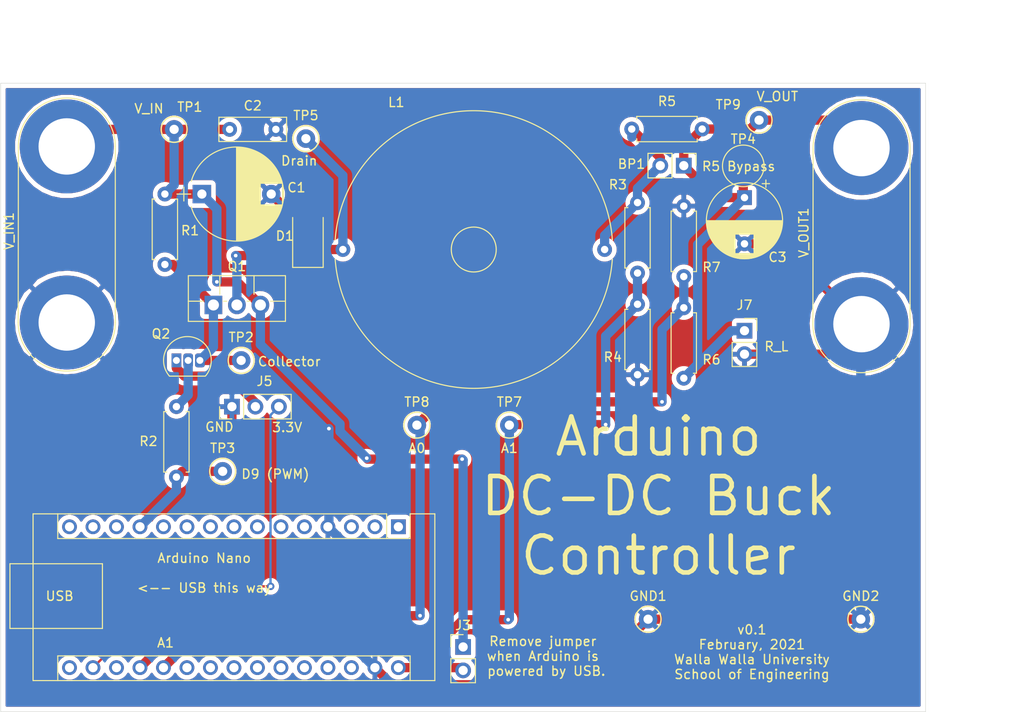
<source format=kicad_pcb>
(kicad_pcb (version 20171130) (host pcbnew 5.1.6+dfsg1-1)
  (title_block (title "Arduino DC-DC Converter Control Board") (date 2021-02-08) (rev 0.1) (company "Walla Walla University") (comment 1 "Rob Frohne") (comment 2 "This board is to experiment with control algorithms."))
  (layers (0 F.Cu signal) (31 B.Cu signal) (34 B.Paste user) (35 F.Paste user) (36 B.SilkS user) (37 F.SilkS user) (38 B.Mask user) (39 F.Mask user) (44 Edge.Cuts user))
  (net 0 "")
  (net 1 "Net-(A1-Pad30)")
  (net 2 GND)
  (net 3 "Net-(A1-Pad12)")
  (net 4 /A1)
  (net 5 /A0)
  (net 6 "Net-(A1-Pad17)")
  (net 7 "Net-(D1-Pad1)")
  (net 8 "Net-(C1-Pad1)")
  (net 9 "Net-(Q1-Pad1)")
  (net 10 "Net-(J5-Pad2)")
  (net 11 "Net-(Q2-Pad2)")
  (net 12 "Net-(BP1-Pad2)")
  (net 13 "Net-(BP1-Pad1)")
  (module TestPoint:TestPoint_Pad_D4.0mm (layer F.Cu) (at 120.29 39.95)
    (fp_text reference TP4 (at 0 -2.898) (layer F.SilkS))
    (fp_text value A1)
    (pad 1 smd circle (at 0 0) (size 4 4) (layers F.Cu F.Mask) (net 13 "Net-(BP1-Pad1)"))
  )
  (module Connector_PinSocket_2.54mm:PinSocket_1x02_P2.54mm_Vertical (layer F.Cu) (at 120.4214 57.785)
    (fp_text reference J7 (at 0 -2.77) (layer F.SilkS))
    (fp_text value "Load Resistor Socket")
    (pad 2 thru_hole oval (at 0 2.54) (size 1.7 1.7) (drill 1) (layers *.Cu *.Mask) (net 2 GND))
    (pad 1 thru_hole rect (at 0 0) (size 1.7 1.7) (drill 1) (layers *.Cu *.Mask) (net 13 "Net-(BP1-Pad1)"))
  )
  (module Diode_SMD:D_SMA (layer F.Cu) (at 73.2192 47.5334 90)
    (fp_text reference D1 (at 0 -2.5 180) (layer F.SilkS))
    (fp_text value B540C)
    (pad 2 smd rect (at 2 0 90) (size 2.5 1.8) (layers F.Cu F.Paste F.Mask) (net 2 GND))
    (pad 1 smd rect (at -2 0 90) (size 2.5 1.8) (layers F.Cu F.Paste F.Mask) (net 7 "Net-(D1-Pad1)"))
  )
  (module Capacitor_THT:CP_Radial_D8.0mm_P5.00mm (layer F.Cu) (at 120.4214 43.3832 270)
    (fp_text reference C3 (at 6.45 -3.575 180) (layer F.SilkS))
    (fp_text value CP1)
    (pad 2 thru_hole circle (at 5 0 270) (size 1.6 1.6) (drill 0.8) (layers *.Cu *.Mask) (net 2 GND))
    (pad 1 thru_hole rect (at 0 0 270) (size 1.6 1.6) (drill 0.8) (layers *.Cu *.Mask) (net 13 "Net-(BP1-Pad1)"))
  )
  (module "Arduino DC-DC Converter Control Board:Banana_Jack_2Pin" (layer F.Cu) (at 133.0706 57.0738 90)
    (fp_text reference V_OUT1 (at 9.885 -6.24 90) (layer F.SilkS))
    (fp_text value V_OUT)
    (pad 2 thru_hole circle (at 19.05 0 90) (size 10.16 10.16) (drill 6.1) (layers *.Cu *.Mask) (net 13 "Net-(BP1-Pad1)"))
    (pad 1 thru_hole circle (at 0 0 90) (size 10.16 10.16) (drill 6.1) (layers *.Cu *.Mask) (net 2 GND))
  )
  (module "Arduino DC-DC Converter Control Board:Banana_Jack_2Pin" (layer F.Cu) (at 47.1424 56.896 90)
    (fp_text reference V_IN1 (at 9.885 -6.24 90) (layer F.SilkS))
    (fp_text value V_IN)
    (pad 2 thru_hole circle (at 19.05 0 90) (size 10.16 10.16) (drill 6.1) (layers *.Cu *.Mask) (net 8 "Net-(C1-Pad1)"))
    (pad 1 thru_hole circle (at 0 0 90) (size 10.16 10.16) (drill 6.1) (layers *.Cu *.Mask) (net 2 GND))
  )
  (module Module:Arduino_Nano (layer F.Cu) (at 83 79 270)
    (fp_text reference A1 (at 12.55 25.175 180) (layer F.SilkS))
    (fp_text value Arduino_Nano_v3.x)
    (pad 16 thru_hole oval (at 15.24 35.56 270) (size 1.6 1.6) (drill 1) (layers *.Cu *.Mask))
    (pad 15 thru_hole oval (at 0 35.56 270) (size 1.6 1.6) (drill 1) (layers *.Cu *.Mask))
    (pad 30 thru_hole oval (at 15.24 0 270) (size 1.6 1.6) (drill 1) (layers *.Cu *.Mask) (net 1 "Net-(A1-Pad30)"))
    (pad 14 thru_hole oval (at 0 33.02 270) (size 1.6 1.6) (drill 1) (layers *.Cu *.Mask))
    (pad 29 thru_hole oval (at 15.24 2.54 270) (size 1.6 1.6) (drill 1) (layers *.Cu *.Mask) (net 2 GND))
    (pad 13 thru_hole oval (at 0 30.48 270) (size 1.6 1.6) (drill 1) (layers *.Cu *.Mask))
    (pad 28 thru_hole oval (at 15.24 5.08 270) (size 1.6 1.6) (drill 1) (layers *.Cu *.Mask))
    (pad 12 thru_hole oval (at 0 27.94 270) (size 1.6 1.6) (drill 1) (layers *.Cu *.Mask) (net 3 "Net-(A1-Pad12)"))
    (pad 27 thru_hole oval (at 15.24 7.62 270) (size 1.6 1.6) (drill 1) (layers *.Cu *.Mask))
    (pad 11 thru_hole oval (at 0 25.4 270) (size 1.6 1.6) (drill 1) (layers *.Cu *.Mask))
    (pad 26 thru_hole oval (at 15.24 10.16 270) (size 1.6 1.6) (drill 1) (layers *.Cu *.Mask))
    (pad 10 thru_hole oval (at 0 22.86 270) (size 1.6 1.6) (drill 1) (layers *.Cu *.Mask))
    (pad 25 thru_hole oval (at 15.24 12.7 270) (size 1.6 1.6) (drill 1) (layers *.Cu *.Mask))
    (pad 9 thru_hole oval (at 0 20.32 270) (size 1.6 1.6) (drill 1) (layers *.Cu *.Mask))
    (pad 24 thru_hole oval (at 15.24 15.24 270) (size 1.6 1.6) (drill 1) (layers *.Cu *.Mask))
    (pad 8 thru_hole oval (at 0 17.78 270) (size 1.6 1.6) (drill 1) (layers *.Cu *.Mask))
    (pad 23 thru_hole oval (at 15.24 17.78 270) (size 1.6 1.6) (drill 1) (layers *.Cu *.Mask))
    (pad 7 thru_hole oval (at 0 15.24 270) (size 1.6 1.6) (drill 1) (layers *.Cu *.Mask))
    (pad 22 thru_hole oval (at 15.24 20.32 270) (size 1.6 1.6) (drill 1) (layers *.Cu *.Mask))
    (pad 6 thru_hole oval (at 0 12.7 270) (size 1.6 1.6) (drill 1) (layers *.Cu *.Mask))
    (pad 21 thru_hole oval (at 15.24 22.86 270) (size 1.6 1.6) (drill 1) (layers *.Cu *.Mask))
    (pad 5 thru_hole oval (at 0 10.16 270) (size 1.6 1.6) (drill 1) (layers *.Cu *.Mask))
    (pad 20 thru_hole oval (at 15.24 25.4 270) (size 1.6 1.6) (drill 1) (layers *.Cu *.Mask) (net 4 /A1))
    (pad 4 thru_hole oval (at 0 7.62 270) (size 1.6 1.6) (drill 1) (layers *.Cu *.Mask) (net 2 GND))
    (pad 19 thru_hole oval (at 15.24 27.94 270) (size 1.6 1.6) (drill 1) (layers *.Cu *.Mask) (net 5 /A0))
    (pad 3 thru_hole oval (at 0 5.08 270) (size 1.6 1.6) (drill 1) (layers *.Cu *.Mask))
    (pad 18 thru_hole oval (at 15.24 30.48 270) (size 1.6 1.6) (drill 1) (layers *.Cu *.Mask))
    (pad 2 thru_hole oval (at 0 2.54 270) (size 1.6 1.6) (drill 1) (layers *.Cu *.Mask))
    (pad 17 thru_hole oval (at 15.24 33.02 270) (size 1.6 1.6) (drill 1) (layers *.Cu *.Mask) (net 6 "Net-(A1-Pad17)"))
    (pad 1 thru_hole rect (at 0 0 270) (size 1.6 1.6) (drill 1) (layers *.Cu *.Mask))
  )
  (module Capacitors_THT:CP_Radial_D10.0mm_P7.50mm (layer F.Cu) (at 61.7526 43)
    (fp_text reference C1 (at 10.225 -0.7) (layer F.SilkS))
    (fp_text value 680uF)
    (pad 1 thru_hole rect (at 0 0) (size 2 2) (drill 1) (layers *.Cu *.Mask) (net 8 "Net-(C1-Pad1)"))
    (pad 2 thru_hole circle (at 7.5 0) (size 2 2) (drill 1) (layers *.Cu *.Mask) (net 2 GND))
  )
  (module TestPoint:TestPoint_Keystone_5000-5004_Miniature (layer F.Cu) (at 122 35)
    (fp_text reference TP9 (at -3.3312 -1.6752) (layer F.SilkS))
    (fp_text value V_OUT)
    (pad 1 thru_hole circle (at 0 0) (size 2 2) (drill 1) (layers *.Cu *.Mask) (net 13 "Net-(BP1-Pad1)"))
  )
  (module TestPoint:TestPoint_Keystone_5000-5004_Miniature (layer F.Cu) (at 85 68)
    (fp_text reference TP8 (at 0 -2.5) (layer F.SilkS))
    (fp_text value A0)
    (pad 1 thru_hole circle (at 0 0) (size 2 2) (drill 1) (layers *.Cu *.Mask) (net 5 /A0))
  )
  (module TestPoint:TestPoint_Keystone_5000-5004_Miniature (layer F.Cu) (at 95 68)
    (fp_text reference TP7 (at 0 -2.5) (layer F.SilkS))
    (fp_text value A1)
    (pad 1 thru_hole circle (at 0 0) (size 2 2) (drill 1) (layers *.Cu *.Mask) (net 4 /A1))
  )
  (module TestPoint:TestPoint_Keystone_5000-5004_Miniature (layer F.Cu) (at 133 89)
    (fp_text reference GND2 (at 0 -2.5) (layer F.SilkS))
    (fp_text value GND)
    (pad 1 thru_hole circle (at 0 0) (size 2 2) (drill 1) (layers *.Cu *.Mask) (net 2 GND))
  )
  (module TestPoint:TestPoint_Keystone_5000-5004_Miniature (layer F.Cu) (at 73 37)
    (fp_text reference TP5 (at 0 -2.5) (layer F.SilkS))
    (fp_text value Drain)
    (pad 1 thru_hole circle (at 0 0) (size 2 2) (drill 1) (layers *.Cu *.Mask) (net 7 "Net-(D1-Pad1)"))
  )
  (module TestPoint:TestPoint_Keystone_5000-5004_Miniature (layer F.Cu) (at 110 89)
    (fp_text reference GND1 (at 0 -2.5) (layer F.SilkS))
    (fp_text value GND)
    (pad 1 thru_hole circle (at 0 0) (size 2 2) (drill 1) (layers *.Cu *.Mask) (net 2 GND))
  )
  (module TestPoint:TestPoint_Keystone_5000-5004_Miniature (layer F.Cu) (at 64 73)
    (fp_text reference TP3 (at 0 -2.5) (layer F.SilkS))
    (fp_text value D9)
    (pad 1 thru_hole circle (at 0 0) (size 2 2) (drill 1) (layers *.Cu *.Mask) (net 3 "Net-(A1-Pad12)"))
  )
  (module TestPoint:TestPoint_Keystone_5000-5004_Miniature (layer F.Cu) (at 66 61)
    (fp_text reference TP2 (at 0 -2.5) (layer F.SilkS))
    (fp_text value Collector)
    (pad 1 thru_hole circle (at 0 0) (size 2 2) (drill 1) (layers *.Cu *.Mask) (net 9 "Net-(Q1-Pad1)"))
  )
  (module TestPoint:TestPoint_Keystone_5000-5004_Miniature (layer F.Cu) (at 58.7526 36)
    (fp_text reference TP1 (at 1.6994 -2.4212) (layer F.SilkS))
    (fp_text value V_IN)
    (pad 1 thru_hole circle (at 0 0) (size 2 2) (drill 1) (layers *.Cu *.Mask) (net 8 "Net-(C1-Pad1)"))
  )
  (module Resistor_THT:R_Axial_DIN0207_L6.3mm_D2.5mm_P7.62mm_Horizontal (layer F.Cu) (at 59 66 270)
    (fp_text reference R2 (at 3.75 3.025 180) (layer F.SilkS))
    (fp_text value 10k)
    (pad 2 thru_hole oval (at 7.62 0 270) (size 1.6 1.6) (drill 0.8) (layers *.Cu *.Mask) (net 3 "Net-(A1-Pad12)"))
    (pad 1 thru_hole circle (at 0 0 270) (size 1.6 1.6) (drill 0.8) (layers *.Cu *.Mask) (net 11 "Net-(Q2-Pad2)"))
  )
  (module Connector_PinHeader_2.54mm:PinHeader_1x03_P2.54mm_Vertical (layer F.Cu) (at 65 66 90)
    (fp_text reference J5 (at 2.75 3.525 180) (layer F.SilkS))
    (fp_text value "Pick 3.3V or GND")
    (pad 3 thru_hole oval (at 0 5.08 90) (size 1.7 1.7) (drill 1) (layers *.Cu *.Mask) (net 6 "Net-(A1-Pad17)"))
    (pad 2 thru_hole oval (at 0 2.54 90) (size 1.7 1.7) (drill 1) (layers *.Cu *.Mask) (net 10 "Net-(J5-Pad2)"))
    (pad 1 thru_hole rect (at 0 0 90) (size 1.7 1.7) (drill 1) (layers *.Cu *.Mask) (net 2 GND))
  )
  (module Capacitors_THT:C_Rect_L7.2mm_W2.5mm_P5.00mm_FKS2_FKP2_MKS2_MKP2 (layer F.Cu) (at 64.7526 36)
    (fp_text reference C2 (at 2.5 -2.56) (layer F.SilkS))
    (fp_text value 0.005uF)
    (pad 1 thru_hole circle (at 0 0) (size 1.6 1.6) (drill 0.8) (layers *.Cu *.Mask) (net 8 "Net-(C1-Pad1)"))
    (pad 2 thru_hole circle (at 5 0) (size 1.6 1.6) (drill 0.8) (layers *.Cu *.Mask) (net 2 GND))
  )
  (module Resistor_THT:R_Axial_DIN0207_L6.3mm_D2.5mm_P7.62mm_Horizontal (layer F.Cu) (at 113.857 51.9238 90)
    (fp_text reference R7 (at 1 3 180) (layer F.SilkS))
    (fp_text value 510)
    (pad 2 thru_hole oval (at 7.62 0 90) (size 1.6 1.6) (drill 0.8) (layers *.Cu *.Mask) (net 2 GND))
    (pad 1 thru_hole circle (at 0 0 90) (size 1.6 1.6) (drill 0.8) (layers *.Cu *.Mask) (net 5 /A0))
  )
  (module Resistor_THT:R_Axial_DIN0207_L6.3mm_D2.5mm_P7.62mm_Horizontal (layer F.Cu) (at 113.857 62.9238 90)
    (fp_text reference R6 (at 2 3 180) (layer F.SilkS))
    (fp_text value 510)
    (pad 2 thru_hole oval (at 7.62 0 90) (size 1.6 1.6) (drill 0.8) (layers *.Cu *.Mask) (net 5 /A0))
    (pad 1 thru_hole circle (at 0 0 90) (size 1.6 1.6) (drill 0.8) (layers *.Cu *.Mask) (net 13 "Net-(BP1-Pad1)"))
  )
  (module Resistor_THT:R_Axial_DIN0207_L6.3mm_D2.5mm_P7.62mm_Horizontal (layer F.Cu) (at 115.8494 35.9664 180)
    (fp_text reference R5 (at 3.81 3) (layer F.SilkS))
    (fp_text value 1)
    (pad 2 thru_hole oval (at 7.62 0 180) (size 1.6 1.6) (drill 0.8) (layers *.Cu *.Mask) (net 12 "Net-(BP1-Pad2)"))
    (pad 1 thru_hole circle (at 0 0 180) (size 1.6 1.6) (drill 0.8) (layers *.Cu *.Mask) (net 13 "Net-(BP1-Pad1)"))
  )
  (module Resistor_THT:R_Axial_DIN0207_L6.3mm_D2.5mm_P7.62mm_Horizontal (layer F.Cu) (at 108.857 54.9238 270)
    (fp_text reference R4 (at 5.725 2.675 180) (layer F.SilkS))
    (fp_text value 510)
    (pad 2 thru_hole oval (at 7.62 0 270) (size 1.6 1.6) (drill 0.8) (layers *.Cu *.Mask) (net 2 GND))
    (pad 1 thru_hole circle (at 0 0 270) (size 1.6 1.6) (drill 0.8) (layers *.Cu *.Mask) (net 4 /A1))
  )
  (module Resistor_THT:R_Axial_DIN0207_L6.3mm_D2.5mm_P7.62mm_Horizontal (layer F.Cu) (at 108.857 43.9238 270)
    (fp_text reference R3 (at -1.9376 2.1262 180) (layer F.SilkS))
    (fp_text value 510)
    (pad 2 thru_hole oval (at 7.62 0 270) (size 1.6 1.6) (drill 0.8) (layers *.Cu *.Mask) (net 4 /A1))
    (pad 1 thru_hole circle (at 0 0 270) (size 1.6 1.6) (drill 0.8) (layers *.Cu *.Mask) (net 12 "Net-(BP1-Pad2)"))
  )
  (module Resistor_THT:R_Axial_DIN0207_L6.3mm_D2.5mm_P7.62mm_Horizontal (layer F.Cu) (at 57.7526 43 270)
    (fp_text reference R1 (at 3.95 -2.725 180) (layer F.SilkS))
    (fp_text value 330/1k)
    (pad 2 thru_hole oval (at 7.62 0 270) (size 1.6 1.6) (drill 0.8) (layers *.Cu *.Mask) (net 9 "Net-(Q1-Pad1)"))
    (pad 1 thru_hole circle (at 0 0 270) (size 1.6 1.6) (drill 0.8) (layers *.Cu *.Mask) (net 8 "Net-(C1-Pad1)"))
  )
  (module Package_TO_SOT_THT:TO-92L_Inline (layer F.Cu) (at 59 61)
    (fp_text reference Q2 (at -1.675 -2.875) (layer F.SilkS))
    (fp_text value 2N2222)
    (pad 1 thru_hole rect (at 0 0) (size 1.05 1.5) (drill 0.75) (layers *.Cu *.Mask) (net 10 "Net-(J5-Pad2)"))
    (pad 3 thru_hole roundrect (at 2.54 0) (size 1.05 1.5) (drill 0.75) (layers *.Cu *.Mask) (net 9 "Net-(Q1-Pad1)"))
    (pad 2 thru_hole roundrect (at 1.27 0) (size 1.05 1.5) (drill 0.75) (layers *.Cu *.Mask) (net 11 "Net-(Q2-Pad2)"))
  )
  (module Package_TO_SOT_THT:TO-220F-3_Vertical (layer F.Cu) (at 63 55)
    (fp_text reference Q1 (at 2.54 -4.1675) (layer F.SilkS))
    (fp_text value IRF9640)
    (pad 3 thru_hole oval (at 5.08 0) (size 1.905 2) (drill 1.2) (layers *.Cu *.Mask) (net 8 "Net-(C1-Pad1)"))
    (pad 2 thru_hole oval (at 2.54 0) (size 1.905 2) (drill 1.2) (layers *.Cu *.Mask) (net 7 "Net-(D1-Pad1)"))
    (pad 1 thru_hole rect (at 0 0) (size 1.905 2) (drill 1.2) (layers *.Cu *.Mask) (net 9 "Net-(Q1-Pad1)"))
  )
  (module Inductor_THT:L_Radial_D29.8mm_P28.30mm_muRATA_1400series (layer F.Cu) (at 77 49)
    (fp_text reference L1 (at 5.775 -15.925) (layer F.SilkS))
    (fp_text value "1410517C (1mH)")
    (pad 2 thru_hole circle (at 28.3 0) (size 1.6 1.6) (drill 0.8) (layers *.Cu *.Mask) (net 12 "Net-(BP1-Pad2)"))
    (pad 1 thru_hole circle (at 0 0) (size 1.6 1.6) (drill 0.8) (layers *.Cu *.Mask) (net 7 "Net-(D1-Pad1)"))
  )
  (module Connector_PinHeader_2.54mm:PinHeader_1x02_P2.54mm_Vertical (layer F.Cu) (at 113.857 39.9238 270)
    (fp_text reference BP1 (at -0.1728 5.653 180) (layer F.SilkS))
    (fp_text value "Current Sense Bypass Jumper")
    (pad 2 thru_hole oval (at 0 2.54 270) (size 1.7 1.7) (drill 1) (layers *.Cu *.Mask) (net 12 "Net-(BP1-Pad2)"))
    (pad 1 thru_hole rect (at 0 0 270) (size 1.7 1.7) (drill 1) (layers *.Cu *.Mask) (net 13 "Net-(BP1-Pad1)"))
  )
  (module Connector_PinHeader_2.54mm:PinHeader_1x02_P2.54mm_Vertical (layer F.Cu) (at 90 92)
    (fp_text reference J3 (at 0 -2.33) (layer F.SilkS))
    (fp_text value "Arduino VIN_Enable")
    (pad 2 thru_hole oval (at 0 2.54) (size 1.7 1.7) (drill 1) (layers *.Cu *.Mask) (net 1 "Net-(A1-Pad30)"))
    (pad 1 thru_hole rect (at 0 0) (size 1.7 1.7) (drill 1) (layers *.Cu *.Mask) (net 8 "Net-(C1-Pad1)"))
  )
  (gr_text "R5 Bypass" (at 119.7864 40.005) (layer F.SilkS) (effects (font (size 1 1))))
  (gr_text USB (at 46.375 86.5) (layer F.SilkS) (effects (font (size 1 1))))
  (gr_text "D9 (PWM)" (at 69.7 73.3) (layer F.SilkS) (effects (font (size 1 1))))
  (gr_text "v0.1\nFebruary, 2021\nWalla Walla University\nSchool of Engineering" (at 121.225 92.55) (layer F.SilkS) (effects (font (size 1 1))))
  (gr_text "Arduino\n DC-DC Buck \nController\n" (at 111.125 75.675) (layer F.SilkS) (effects (font (size 4 4) (thickness 0.5))))
  (gr_text R_L (at 123.875 59.5) (layer F.SilkS) (effects (font (size 1 1))))
  (gr_text V_OUT (at 123.9774 32.4358) (layer F.SilkS) (effects (font (size 1 1))))
  (gr_text V_IN (at 56.0324 33.7566) (layer F.SilkS) (effects (font (size 1 1))))
  (gr_text Collector (at 71.2 61.125) (layer F.SilkS) (effects (font (size 1 1))))
  (gr_text Drain (at 72.275 39.4) (layer F.SilkS) (effects (font (size 1 1))))
  (gr_text GND (at 63.65 68.2) (layer F.SilkS) (effects (font (size 1 1))))
  (gr_text 3.3V (at 70.975 68.25) (layer F.SilkS) (effects (font (size 1 1))))
  (gr_text A1 (at 95 70.5) (layer F.SilkS) (effects (font (size 1 1))))
  (gr_text A0 (at 85 70.5) (layer F.SilkS) (effects (font (size 1 1))))
  (gr_text "Remove jumper \nwhen Arduino is \npowered by USB." (at 99 93) (layer F.SilkS) (effects (font (size 1 1))))
  (gr_text "Arduino Nano\n\n<-- USB this way" (at 62 84) (layer F.SilkS) (effects (font (size 1 1))))
  (gr_line (start 41 90) (end 41 83) (layer F.SilkS) (width 0.12))
  (gr_line (start 51 90) (end 41 90) (layer F.SilkS) (width 0.12))
  (gr_line (start 51 83) (end 51 90) (layer F.SilkS) (width 0.12))
  (gr_line (start 41 83) (end 51 83) (layer F.SilkS) (width 0.12))
  (gr_line (start 40 31) (end 40 99) (layer Edge.Cuts) (width 0.05))
  (gr_line (start 140 31) (end 140 99) (layer Edge.Cuts) (width 0.05))
  (gr_line (start 140 99) (end 40 99) (layer Edge.Cuts) (width 0.05))
  (gr_line (start 140 31) (end 40 31) (layer Edge.Cuts) (width 0.05))
  (segment (start 89.7 94.24) (end 90 94.54) (width 1) (layer F.Cu) (net 1))
  (segment (start 83 94.24) (end 89.7 94.24) (width 1) (layer F.Cu) (net 1))
  (segment (start 76.419999 80.039999) (end 75.38 79) (width 1) (layer B.Cu) (net 2))
  (segment (start 76.419999 90.199999) (end 76.419999 80.039999) (width 1) (layer B.Cu) (net 2))
  (segment (start 80.46 94.24) (end 76.419999 90.199999) (width 1) (layer B.Cu) (net 2))
  (via (at 75.4888 68.3768) (size 0.8) (drill 0.4) (layers F.Cu B.Cu) (net 2))
  (segment (start 75.112 68) (end 75.4888 68.3768) (width 1) (layer F.Cu) (net 2))
  (segment (start 75.4888 78.8912) (end 75.38 79) (width 1) (layer B.Cu) (net 2))
  (segment (start 75.4888 68.3768) (end 75.4888 78.8912) (width 1) (layer B.Cu) (net 2))
  (segment (start 102.909999 96.090001) (end 110 89) (width 1) (layer F.Cu) (net 2))
  (segment (start 82.310001 96.090001) (end 102.909999 96.090001) (width 1) (layer F.Cu) (net 2))
  (segment (start 80.46 94.24) (end 82.310001 96.090001) (width 1) (layer F.Cu) (net 2))
  (segment (start 110 89) (end 133 89) (width 1) (layer F.Cu) (net 2))
  (segment (start 133 89) (end 133 68) (width 1) (layer B.Cu) (net 2))
  (segment (start 133 68) (end 133 56.611) (width 1) (layer B.Cu) (net 2))
  (segment (start 71.786 45.5334) (end 69.2526 43) (width 1) (layer F.Cu) (net 2))
  (segment (start 73.2192 45.5334) (end 71.786 45.5334) (width 1) (layer F.Cu) (net 2))
  (segment (start 129.8194 60.325) (end 133.0706 57.0738) (width 1) (layer F.Cu) (net 2))
  (segment (start 120.4214 60.325) (end 129.8194 60.325) (width 1) (layer F.Cu) (net 2))
  (segment (start 124.38 48.3832) (end 133.0706 57.0738) (width 1) (layer F.Cu) (net 2))
  (segment (start 120.4214 48.3832) (end 124.38 48.3832) (width 1) (layer F.Cu) (net 2))
  (segment (start 65 67.8758) (end 64.8758 68) (width 1) (layer F.Cu) (net 2))
  (segment (start 65 66) (end 65 67.8758) (width 1) (layer F.Cu) (net 2))
  (segment (start 64.8758 68) (end 75.112 68) (width 1) (layer F.Cu) (net 2))
  (segment (start 59 75.06) (end 55.06 79) (width 1) (layer B.Cu) (net 3))
  (segment (start 59 73.62) (end 59 75.06) (width 1) (layer B.Cu) (net 3))
  (segment (start 59.62 73) (end 59 73.62) (width 1) (layer F.Cu) (net 3))
  (segment (start 64 73) (end 59.62 73) (width 1) (layer F.Cu) (net 3))
  (via (at 94.869 89.0524) (size 0.8) (drill 0.4) (layers F.Cu B.Cu) (net 4))
  (segment (start 95 88.9214) (end 94.869 89.0524) (width 1) (layer B.Cu) (net 4))
  (segment (start 95 68) (end 95 88.9214) (width 1) (layer B.Cu) (net 4))
  (segment (start 108.857 51.5438) (end 108.857 54.9238) (width 1) (layer B.Cu) (net 4))
  (segment (start 61.6192 90.2208) (end 57.6 94.24) (width 1) (layer F.Cu) (net 4))
  (segment (start 88.819198 90.2208) (end 61.6192 90.2208) (width 1) (layer F.Cu) (net 4))
  (segment (start 89.987598 89.0524) (end 88.819198 90.2208) (width 1) (layer F.Cu) (net 4))
  (segment (start 94.869 89.0524) (end 89.987598 89.0524) (width 1) (layer F.Cu) (net 4))
  (via (at 105.41 67.945) (size 0.8) (drill 0.4) (layers F.Cu B.Cu) (net 4))
  (segment (start 105.41 58.3708) (end 105.41 67.945) (width 1) (layer B.Cu) (net 4))
  (segment (start 108.857 54.9238) (end 105.41 58.3708) (width 1) (layer B.Cu) (net 4))
  (segment (start 95.055 67.945) (end 95 68) (width 1) (layer F.Cu) (net 4))
  (segment (start 105.41 67.945) (end 95.055 67.945) (width 1) (layer F.Cu) (net 4))
  (via (at 85.344 88.6206) (size 0.8) (drill 0.4) (layers F.Cu B.Cu) (net 5))
  (segment (start 85.344 88.6206) (end 85.344 68.344) (width 1) (layer B.Cu) (net 5))
  (segment (start 85.344 68.344) (end 85 68) (width 1) (layer B.Cu) (net 5))
  (segment (start 55.06 94.24) (end 60.6794 88.6206) (width 1) (layer F.Cu) (net 5))
  (segment (start 60.6794 88.6206) (end 85.344 88.6206) (width 1) (layer F.Cu) (net 5))
  (segment (start 113.857 51.9238) (end 113.857 55.3038) (width 1) (layer B.Cu) (net 5))
  (via (at 111.506 65.4812) (size 0.8) (drill 0.4) (layers F.Cu B.Cu) (net 5))
  (segment (start 111.506 57.6548) (end 111.506 65.4812) (width 1) (layer B.Cu) (net 5))
  (segment (start 113.857 55.3038) (end 111.506 57.6548) (width 1) (layer B.Cu) (net 5))
  (segment (start 87.5188 65.4812) (end 85 68) (width 1) (layer F.Cu) (net 5))
  (segment (start 111.506 65.4812) (end 87.5188 65.4812) (width 1) (layer F.Cu) (net 5))
  (via (at 69.1896 85.4456) (size 0.8) (drill 0.4) (layers F.Cu B.Cu) (net 6))
  (segment (start 69.174999 85.430999) (end 69.1896 85.4456) (width 0.25) (layer B.Cu) (net 6))
  (segment (start 69.174999 66.905001) (end 69.174999 85.430999) (width 0.25) (layer B.Cu) (net 6))
  (segment (start 70.08 66) (end 69.174999 66.905001) (width 0.25) (layer B.Cu) (net 6))
  (segment (start 58.7744 85.4456) (end 49.98 94.24) (width 0.25) (layer F.Cu) (net 6))
  (segment (start 69.1896 85.4456) (end 58.7744 85.4456) (width 0.25) (layer F.Cu) (net 6))
  (segment (start 77 41) (end 73 37) (width 1) (layer B.Cu) (net 7))
  (segment (start 77 49) (end 77 41) (width 1) (layer B.Cu) (net 7))
  (segment (start 73.7526 49) (end 73.2192 49.5334) (width 1) (layer F.Cu) (net 7))
  (segment (start 77 49) (end 73.7526 49) (width 1) (layer F.Cu) (net 7))
  (via (at 65.405 49.657) (size 0.8) (drill 0.4) (layers F.Cu B.Cu) (net 7))
  (segment (start 65.54 49.792) (end 65.405 49.657) (width 1) (layer B.Cu) (net 7))
  (segment (start 65.54 55) (end 65.54 49.792) (width 1) (layer B.Cu) (net 7))
  (segment (start 73.0956 49.657) (end 73.2192 49.5334) (width 1) (layer F.Cu) (net 7))
  (segment (start 65.405 49.657) (end 73.0956 49.657) (width 1) (layer F.Cu) (net 7))
  (segment (start 58.7526 36) (end 64.7526 36) (width 1) (layer F.Cu) (net 8))
  (segment (start 57.7526 43) (end 61.7526 43) (width 1) (layer F.Cu) (net 8))
  (segment (start 58.7526 42) (end 57.7526 43) (width 1) (layer B.Cu) (net 8))
  (segment (start 58.7526 36) (end 58.7526 42) (width 1) (layer B.Cu) (net 8))
  (via (at 63.373 52.5018) (size 0.8) (drill 0.4) (layers F.Cu B.Cu) (net 8))
  (segment (start 65.5818 52.5018) (end 63.373 52.5018) (width 1) (layer F.Cu) (net 8))
  (segment (start 68.08 55) (end 65.5818 52.5018) (width 1) (layer F.Cu) (net 8))
  (segment (start 63.373 44.6204) (end 61.7526 43) (width 1) (layer B.Cu) (net 8))
  (segment (start 63.373 52.5018) (end 63.373 44.6204) (width 1) (layer B.Cu) (net 8))
  (segment (start 48.9884 36) (end 47.1424 37.846) (width 1) (layer F.Cu) (net 8))
  (segment (start 58.7526 36) (end 48.9884 36) (width 1) (layer F.Cu) (net 8))
  (via (at 89.8906 71.6788) (size 0.8) (drill 0.4) (layers F.Cu B.Cu) (net 8))
  (segment (start 90 71.7882) (end 89.8906 71.6788) (width 1) (layer B.Cu) (net 8))
  (segment (start 90 92) (end 90 71.7882) (width 1) (layer B.Cu) (net 8))
  (via (at 79.5782 71.5772) (size 0.8) (drill 0.4) (layers F.Cu B.Cu) (net 8))
  (segment (start 79.6798 71.6788) (end 79.5782 71.5772) (width 1) (layer F.Cu) (net 8))
  (segment (start 89.8906 71.6788) (end 79.6798 71.6788) (width 1) (layer F.Cu) (net 8))
  (segment (start 68.08 59.27093) (end 68.08 55) (width 1) (layer B.Cu) (net 8))
  (segment (start 76.68881 67.87974) (end 68.08 59.27093) (width 1) (layer B.Cu) (net 8))
  (segment (start 76.68881 68.68781) (end 76.68881 67.87974) (width 1) (layer B.Cu) (net 8))
  (segment (start 79.5782 71.5772) (end 76.68881 68.68781) (width 1) (layer B.Cu) (net 8))
  (segment (start 63 59.54) (end 61.54 61) (width 1) (layer B.Cu) (net 9))
  (segment (start 63 55) (end 63 59.54) (width 1) (layer B.Cu) (net 9))
  (segment (start 66 61) (end 61.54 61) (width 1) (layer F.Cu) (net 9))
  (segment (start 58.62 50.62) (end 63 55) (width 1) (layer F.Cu) (net 9))
  (segment (start 57.7526 50.62) (end 58.62 50.62) (width 1) (layer F.Cu) (net 9))
  (segment (start 67.54 65.579998) (end 67.54 66) (width 1) (layer F.Cu) (net 10))
  (segment (start 64.660003 62.700001) (end 67.54 65.579998) (width 1) (layer F.Cu) (net 10))
  (segment (start 59.858805 62.700001) (end 64.660003 62.700001) (width 1) (layer F.Cu) (net 10))
  (segment (start 59 61.841196) (end 59.858805 62.700001) (width 1) (layer F.Cu) (net 10))
  (segment (start 59 61) (end 59 61.841196) (width 1) (layer F.Cu) (net 10))
  (segment (start 60.27 64.73) (end 60.27 61) (width 1) (layer B.Cu) (net 11))
  (segment (start 59 66) (end 60.27 64.73) (width 1) (layer B.Cu) (net 11))
  (segment (start 108.237 35.9238) (end 108.237 36.8438) (width 1) (layer B.Cu) (net 12))
  (segment (start 108.857 43.9238) (end 108.857 44.2238) (width 1) (layer B.Cu) (net 12))
  (segment (start 111.317 39.054) (end 108.2294 35.9664) (width 1) (layer F.Cu) (net 12))
  (segment (start 111.317 39.9238) (end 111.317 39.054) (width 1) (layer F.Cu) (net 12))
  (segment (start 105.3 47.4808) (end 108.857 43.9238) (width 1) (layer B.Cu) (net 12))
  (segment (start 105.3 49) (end 105.3 47.4808) (width 1) (layer B.Cu) (net 12))
  (segment (start 108.857 42.3838) (end 111.317 39.9238) (width 1) (layer B.Cu) (net 12))
  (segment (start 108.857 43.9238) (end 108.857 42.3838) (width 1) (layer B.Cu) (net 12))
  (segment (start 113.857 37.9588) (end 115.8494 35.9664) (width 1) (layer F.Cu) (net 13))
  (segment (start 113.857 39.9238) (end 113.857 37.9588) (width 1) (layer F.Cu) (net 13))
  (segment (start 121.0336 35.9664) (end 122 35) (width 1) (layer F.Cu) (net 13))
  (segment (start 115.8494 35.9664) (end 121.0336 35.9664) (width 1) (layer F.Cu) (net 13))
  (segment (start 130.0468 35) (end 133.0706 38.0238) (width 1) (layer F.Cu) (net 13))
  (segment (start 122 35) (end 130.0468 35) (width 1) (layer F.Cu) (net 13))
  (segment (start 117.3164 43.3832) (end 113.857 39.9238) (width 1) (layer F.Cu) (net 13))
  (segment (start 120.4214 43.3832) (end 117.3164 43.3832) (width 1) (layer F.Cu) (net 13))
  (segment (start 115.357001 48.447599) (end 120.4214 43.3832) (width 1) (layer B.Cu) (net 13))
  (segment (start 115.357001 61.423799) (end 115.357001 48.447599) (width 1) (layer B.Cu) (net 13))
  (segment (start 113.857 62.9238) (end 115.357001 61.423799) (width 1) (layer B.Cu) (net 13))
  (segment (start 118.9958 57.785) (end 113.857 62.9238) (width 1) (layer B.Cu) (net 13))
  (segment (start 120.4214 57.785) (end 118.9958 57.785) (width 1) (layer B.Cu) (net 13))
  (segment (start 120.29 43.2518) (end 120.4214 43.3832) (width 1) (layer F.Cu) (net 13))
  (segment (start 120.29 39.95) (end 120.29 43.2518) (width 1) (layer F.Cu) (net 13))
  (zone (net 2) (net_name GND) (layer F.Cu) (connect_pads (clearance 0.508)) (min_thickness 0.254) (fill yes (arc_segments 32) (thermal_gap 0.508) (thermal_bridge_width 0.508))
    (polygon (pts (xy 140 99) (xy 40 99) (xy 40 31) (xy 140 31)))
  )
  (zone (net 2) (net_name GND) (layer B.Cu) (connect_pads (clearance 0.508)) (min_thickness 0.254) (fill yes (arc_segments 32) (thermal_gap 0.508) (thermal_bridge_width 0.508))
    (polygon (pts (xy 140 99) (xy 40 99) (xy 40 31) (xy 140 31)))
  )
)
</source>
